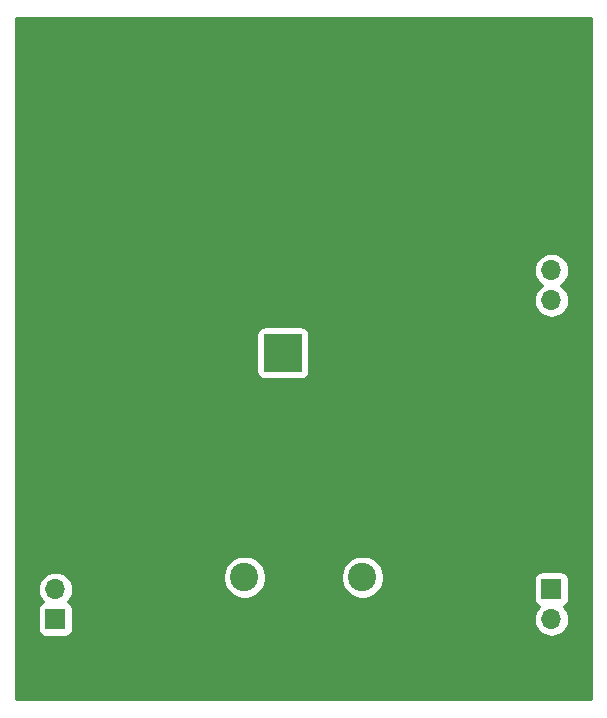
<source format=gbr>
G04 #@! TF.GenerationSoftware,KiCad,Pcbnew,(5.1.2-1)-1*
G04 #@! TF.CreationDate,2020-02-13T23:28:20-08:00*
G04 #@! TF.ProjectId,LM2576,4c4d3235-3736-42e6-9b69-6361645f7063,rev?*
G04 #@! TF.SameCoordinates,Original*
G04 #@! TF.FileFunction,Copper,L2,Bot*
G04 #@! TF.FilePolarity,Positive*
%FSLAX46Y46*%
G04 Gerber Fmt 4.6, Leading zero omitted, Abs format (unit mm)*
G04 Created by KiCad (PCBNEW (5.1.2-1)-1) date 2020-02-13 23:28:20*
%MOMM*%
%LPD*%
G04 APERTURE LIST*
%ADD10O,1.700000X1.700000*%
%ADD11R,1.700000X1.700000*%
%ADD12C,2.400000*%
%ADD13R,3.200000X3.200000*%
%ADD14O,3.200000X3.200000*%
%ADD15C,0.254000*%
G04 APERTURE END LIST*
D10*
X50960000Y-67500000D03*
D11*
X53500000Y-67500000D03*
D10*
X23000000Y-68000000D03*
D11*
X20460000Y-68000000D03*
D12*
X42000000Y-60000000D03*
X32000000Y-60000000D03*
D10*
X58000000Y-36540000D03*
X58000000Y-34000000D03*
D11*
X58000000Y-31460000D03*
D10*
X58000000Y-63540000D03*
D11*
X58000000Y-61000000D03*
D10*
X16000000Y-61000000D03*
D11*
X16000000Y-63540000D03*
D13*
X35260000Y-41000000D03*
D14*
X50500000Y-41000000D03*
D15*
G36*
X61340001Y-61967581D02*
G01*
X61340000Y-70340000D01*
X12660000Y-70340000D01*
X12660000Y-61000000D01*
X14507815Y-61000000D01*
X14536487Y-61291111D01*
X14621401Y-61571034D01*
X14759294Y-61829014D01*
X14944866Y-62055134D01*
X14974687Y-62079607D01*
X14905820Y-62100498D01*
X14795506Y-62159463D01*
X14698815Y-62238815D01*
X14619463Y-62335506D01*
X14560498Y-62445820D01*
X14524188Y-62565518D01*
X14511928Y-62690000D01*
X14511928Y-64390000D01*
X14524188Y-64514482D01*
X14560498Y-64634180D01*
X14619463Y-64744494D01*
X14698815Y-64841185D01*
X14795506Y-64920537D01*
X14905820Y-64979502D01*
X15025518Y-65015812D01*
X15150000Y-65028072D01*
X16850000Y-65028072D01*
X16974482Y-65015812D01*
X17094180Y-64979502D01*
X17204494Y-64920537D01*
X17301185Y-64841185D01*
X17380537Y-64744494D01*
X17439502Y-64634180D01*
X17475812Y-64514482D01*
X17488072Y-64390000D01*
X17488072Y-63540000D01*
X56507815Y-63540000D01*
X56536487Y-63831111D01*
X56621401Y-64111034D01*
X56759294Y-64369014D01*
X56944866Y-64595134D01*
X57170986Y-64780706D01*
X57428966Y-64918599D01*
X57708889Y-65003513D01*
X57927050Y-65025000D01*
X58072950Y-65025000D01*
X58291111Y-65003513D01*
X58571034Y-64918599D01*
X58829014Y-64780706D01*
X59055134Y-64595134D01*
X59240706Y-64369014D01*
X59378599Y-64111034D01*
X59463513Y-63831111D01*
X59492185Y-63540000D01*
X59463513Y-63248889D01*
X59378599Y-62968966D01*
X59240706Y-62710986D01*
X59055134Y-62484866D01*
X59025313Y-62460393D01*
X59094180Y-62439502D01*
X59204494Y-62380537D01*
X59301185Y-62301185D01*
X59380537Y-62204494D01*
X59439502Y-62094180D01*
X59475812Y-61974482D01*
X59488072Y-61850000D01*
X59488072Y-60150000D01*
X59475812Y-60025518D01*
X59439502Y-59905820D01*
X59380537Y-59795506D01*
X59301185Y-59698815D01*
X59204494Y-59619463D01*
X59094180Y-59560498D01*
X58974482Y-59524188D01*
X58850000Y-59511928D01*
X57150000Y-59511928D01*
X57025518Y-59524188D01*
X56905820Y-59560498D01*
X56795506Y-59619463D01*
X56698815Y-59698815D01*
X56619463Y-59795506D01*
X56560498Y-59905820D01*
X56524188Y-60025518D01*
X56511928Y-60150000D01*
X56511928Y-61850000D01*
X56524188Y-61974482D01*
X56560498Y-62094180D01*
X56619463Y-62204494D01*
X56698815Y-62301185D01*
X56795506Y-62380537D01*
X56905820Y-62439502D01*
X56974687Y-62460393D01*
X56944866Y-62484866D01*
X56759294Y-62710986D01*
X56621401Y-62968966D01*
X56536487Y-63248889D01*
X56507815Y-63540000D01*
X17488072Y-63540000D01*
X17488072Y-62690000D01*
X17475812Y-62565518D01*
X17439502Y-62445820D01*
X17380537Y-62335506D01*
X17301185Y-62238815D01*
X17204494Y-62159463D01*
X17094180Y-62100498D01*
X17025313Y-62079607D01*
X17055134Y-62055134D01*
X17240706Y-61829014D01*
X17378599Y-61571034D01*
X17463513Y-61291111D01*
X17492185Y-61000000D01*
X17463513Y-60708889D01*
X17378599Y-60428966D01*
X17240706Y-60170986D01*
X17055134Y-59944866D01*
X16902093Y-59819268D01*
X30165000Y-59819268D01*
X30165000Y-60180732D01*
X30235518Y-60535250D01*
X30373844Y-60869199D01*
X30574662Y-61169744D01*
X30830256Y-61425338D01*
X31130801Y-61626156D01*
X31464750Y-61764482D01*
X31819268Y-61835000D01*
X32180732Y-61835000D01*
X32535250Y-61764482D01*
X32869199Y-61626156D01*
X33169744Y-61425338D01*
X33425338Y-61169744D01*
X33626156Y-60869199D01*
X33764482Y-60535250D01*
X33835000Y-60180732D01*
X33835000Y-59819268D01*
X40165000Y-59819268D01*
X40165000Y-60180732D01*
X40235518Y-60535250D01*
X40373844Y-60869199D01*
X40574662Y-61169744D01*
X40830256Y-61425338D01*
X41130801Y-61626156D01*
X41464750Y-61764482D01*
X41819268Y-61835000D01*
X42180732Y-61835000D01*
X42535250Y-61764482D01*
X42869199Y-61626156D01*
X43169744Y-61425338D01*
X43425338Y-61169744D01*
X43626156Y-60869199D01*
X43764482Y-60535250D01*
X43835000Y-60180732D01*
X43835000Y-59819268D01*
X43764482Y-59464750D01*
X43626156Y-59130801D01*
X43425338Y-58830256D01*
X43169744Y-58574662D01*
X42869199Y-58373844D01*
X42535250Y-58235518D01*
X42180732Y-58165000D01*
X41819268Y-58165000D01*
X41464750Y-58235518D01*
X41130801Y-58373844D01*
X40830256Y-58574662D01*
X40574662Y-58830256D01*
X40373844Y-59130801D01*
X40235518Y-59464750D01*
X40165000Y-59819268D01*
X33835000Y-59819268D01*
X33764482Y-59464750D01*
X33626156Y-59130801D01*
X33425338Y-58830256D01*
X33169744Y-58574662D01*
X32869199Y-58373844D01*
X32535250Y-58235518D01*
X32180732Y-58165000D01*
X31819268Y-58165000D01*
X31464750Y-58235518D01*
X31130801Y-58373844D01*
X30830256Y-58574662D01*
X30574662Y-58830256D01*
X30373844Y-59130801D01*
X30235518Y-59464750D01*
X30165000Y-59819268D01*
X16902093Y-59819268D01*
X16829014Y-59759294D01*
X16571034Y-59621401D01*
X16291111Y-59536487D01*
X16072950Y-59515000D01*
X15927050Y-59515000D01*
X15708889Y-59536487D01*
X15428966Y-59621401D01*
X15170986Y-59759294D01*
X14944866Y-59944866D01*
X14759294Y-60170986D01*
X14621401Y-60428966D01*
X14536487Y-60708889D01*
X14507815Y-61000000D01*
X12660000Y-61000000D01*
X12660000Y-39400000D01*
X33021928Y-39400000D01*
X33021928Y-42600000D01*
X33034188Y-42724482D01*
X33070498Y-42844180D01*
X33129463Y-42954494D01*
X33208815Y-43051185D01*
X33305506Y-43130537D01*
X33415820Y-43189502D01*
X33535518Y-43225812D01*
X33660000Y-43238072D01*
X36860000Y-43238072D01*
X36984482Y-43225812D01*
X37104180Y-43189502D01*
X37214494Y-43130537D01*
X37311185Y-43051185D01*
X37390537Y-42954494D01*
X37449502Y-42844180D01*
X37485812Y-42724482D01*
X37498072Y-42600000D01*
X37498072Y-39400000D01*
X37485812Y-39275518D01*
X37449502Y-39155820D01*
X37390537Y-39045506D01*
X37311185Y-38948815D01*
X37214494Y-38869463D01*
X37104180Y-38810498D01*
X36984482Y-38774188D01*
X36860000Y-38761928D01*
X33660000Y-38761928D01*
X33535518Y-38774188D01*
X33415820Y-38810498D01*
X33305506Y-38869463D01*
X33208815Y-38948815D01*
X33129463Y-39045506D01*
X33070498Y-39155820D01*
X33034188Y-39275518D01*
X33021928Y-39400000D01*
X12660000Y-39400000D01*
X12660000Y-34000000D01*
X56507815Y-34000000D01*
X56536487Y-34291111D01*
X56621401Y-34571034D01*
X56759294Y-34829014D01*
X56944866Y-35055134D01*
X57170986Y-35240706D01*
X57225791Y-35270000D01*
X57170986Y-35299294D01*
X56944866Y-35484866D01*
X56759294Y-35710986D01*
X56621401Y-35968966D01*
X56536487Y-36248889D01*
X56507815Y-36540000D01*
X56536487Y-36831111D01*
X56621401Y-37111034D01*
X56759294Y-37369014D01*
X56944866Y-37595134D01*
X57170986Y-37780706D01*
X57428966Y-37918599D01*
X57708889Y-38003513D01*
X57927050Y-38025000D01*
X58072950Y-38025000D01*
X58291111Y-38003513D01*
X58571034Y-37918599D01*
X58829014Y-37780706D01*
X59055134Y-37595134D01*
X59240706Y-37369014D01*
X59378599Y-37111034D01*
X59463513Y-36831111D01*
X59492185Y-36540000D01*
X59463513Y-36248889D01*
X59378599Y-35968966D01*
X59240706Y-35710986D01*
X59055134Y-35484866D01*
X58829014Y-35299294D01*
X58774209Y-35270000D01*
X58829014Y-35240706D01*
X59055134Y-35055134D01*
X59240706Y-34829014D01*
X59378599Y-34571034D01*
X59463513Y-34291111D01*
X59492185Y-34000000D01*
X59463513Y-33708889D01*
X59378599Y-33428966D01*
X59240706Y-33170986D01*
X59055134Y-32944866D01*
X58829014Y-32759294D01*
X58571034Y-32621401D01*
X58291111Y-32536487D01*
X58072950Y-32515000D01*
X57927050Y-32515000D01*
X57708889Y-32536487D01*
X57428966Y-32621401D01*
X57170986Y-32759294D01*
X56944866Y-32944866D01*
X56759294Y-33170986D01*
X56621401Y-33428966D01*
X56536487Y-33708889D01*
X56507815Y-34000000D01*
X12660000Y-34000000D01*
X12660000Y-12660000D01*
X61340000Y-12660000D01*
X61340001Y-61967581D01*
X61340001Y-61967581D01*
G37*
X61340001Y-61967581D02*
X61340000Y-70340000D01*
X12660000Y-70340000D01*
X12660000Y-61000000D01*
X14507815Y-61000000D01*
X14536487Y-61291111D01*
X14621401Y-61571034D01*
X14759294Y-61829014D01*
X14944866Y-62055134D01*
X14974687Y-62079607D01*
X14905820Y-62100498D01*
X14795506Y-62159463D01*
X14698815Y-62238815D01*
X14619463Y-62335506D01*
X14560498Y-62445820D01*
X14524188Y-62565518D01*
X14511928Y-62690000D01*
X14511928Y-64390000D01*
X14524188Y-64514482D01*
X14560498Y-64634180D01*
X14619463Y-64744494D01*
X14698815Y-64841185D01*
X14795506Y-64920537D01*
X14905820Y-64979502D01*
X15025518Y-65015812D01*
X15150000Y-65028072D01*
X16850000Y-65028072D01*
X16974482Y-65015812D01*
X17094180Y-64979502D01*
X17204494Y-64920537D01*
X17301185Y-64841185D01*
X17380537Y-64744494D01*
X17439502Y-64634180D01*
X17475812Y-64514482D01*
X17488072Y-64390000D01*
X17488072Y-63540000D01*
X56507815Y-63540000D01*
X56536487Y-63831111D01*
X56621401Y-64111034D01*
X56759294Y-64369014D01*
X56944866Y-64595134D01*
X57170986Y-64780706D01*
X57428966Y-64918599D01*
X57708889Y-65003513D01*
X57927050Y-65025000D01*
X58072950Y-65025000D01*
X58291111Y-65003513D01*
X58571034Y-64918599D01*
X58829014Y-64780706D01*
X59055134Y-64595134D01*
X59240706Y-64369014D01*
X59378599Y-64111034D01*
X59463513Y-63831111D01*
X59492185Y-63540000D01*
X59463513Y-63248889D01*
X59378599Y-62968966D01*
X59240706Y-62710986D01*
X59055134Y-62484866D01*
X59025313Y-62460393D01*
X59094180Y-62439502D01*
X59204494Y-62380537D01*
X59301185Y-62301185D01*
X59380537Y-62204494D01*
X59439502Y-62094180D01*
X59475812Y-61974482D01*
X59488072Y-61850000D01*
X59488072Y-60150000D01*
X59475812Y-60025518D01*
X59439502Y-59905820D01*
X59380537Y-59795506D01*
X59301185Y-59698815D01*
X59204494Y-59619463D01*
X59094180Y-59560498D01*
X58974482Y-59524188D01*
X58850000Y-59511928D01*
X57150000Y-59511928D01*
X57025518Y-59524188D01*
X56905820Y-59560498D01*
X56795506Y-59619463D01*
X56698815Y-59698815D01*
X56619463Y-59795506D01*
X56560498Y-59905820D01*
X56524188Y-60025518D01*
X56511928Y-60150000D01*
X56511928Y-61850000D01*
X56524188Y-61974482D01*
X56560498Y-62094180D01*
X56619463Y-62204494D01*
X56698815Y-62301185D01*
X56795506Y-62380537D01*
X56905820Y-62439502D01*
X56974687Y-62460393D01*
X56944866Y-62484866D01*
X56759294Y-62710986D01*
X56621401Y-62968966D01*
X56536487Y-63248889D01*
X56507815Y-63540000D01*
X17488072Y-63540000D01*
X17488072Y-62690000D01*
X17475812Y-62565518D01*
X17439502Y-62445820D01*
X17380537Y-62335506D01*
X17301185Y-62238815D01*
X17204494Y-62159463D01*
X17094180Y-62100498D01*
X17025313Y-62079607D01*
X17055134Y-62055134D01*
X17240706Y-61829014D01*
X17378599Y-61571034D01*
X17463513Y-61291111D01*
X17492185Y-61000000D01*
X17463513Y-60708889D01*
X17378599Y-60428966D01*
X17240706Y-60170986D01*
X17055134Y-59944866D01*
X16902093Y-59819268D01*
X30165000Y-59819268D01*
X30165000Y-60180732D01*
X30235518Y-60535250D01*
X30373844Y-60869199D01*
X30574662Y-61169744D01*
X30830256Y-61425338D01*
X31130801Y-61626156D01*
X31464750Y-61764482D01*
X31819268Y-61835000D01*
X32180732Y-61835000D01*
X32535250Y-61764482D01*
X32869199Y-61626156D01*
X33169744Y-61425338D01*
X33425338Y-61169744D01*
X33626156Y-60869199D01*
X33764482Y-60535250D01*
X33835000Y-60180732D01*
X33835000Y-59819268D01*
X40165000Y-59819268D01*
X40165000Y-60180732D01*
X40235518Y-60535250D01*
X40373844Y-60869199D01*
X40574662Y-61169744D01*
X40830256Y-61425338D01*
X41130801Y-61626156D01*
X41464750Y-61764482D01*
X41819268Y-61835000D01*
X42180732Y-61835000D01*
X42535250Y-61764482D01*
X42869199Y-61626156D01*
X43169744Y-61425338D01*
X43425338Y-61169744D01*
X43626156Y-60869199D01*
X43764482Y-60535250D01*
X43835000Y-60180732D01*
X43835000Y-59819268D01*
X43764482Y-59464750D01*
X43626156Y-59130801D01*
X43425338Y-58830256D01*
X43169744Y-58574662D01*
X42869199Y-58373844D01*
X42535250Y-58235518D01*
X42180732Y-58165000D01*
X41819268Y-58165000D01*
X41464750Y-58235518D01*
X41130801Y-58373844D01*
X40830256Y-58574662D01*
X40574662Y-58830256D01*
X40373844Y-59130801D01*
X40235518Y-59464750D01*
X40165000Y-59819268D01*
X33835000Y-59819268D01*
X33764482Y-59464750D01*
X33626156Y-59130801D01*
X33425338Y-58830256D01*
X33169744Y-58574662D01*
X32869199Y-58373844D01*
X32535250Y-58235518D01*
X32180732Y-58165000D01*
X31819268Y-58165000D01*
X31464750Y-58235518D01*
X31130801Y-58373844D01*
X30830256Y-58574662D01*
X30574662Y-58830256D01*
X30373844Y-59130801D01*
X30235518Y-59464750D01*
X30165000Y-59819268D01*
X16902093Y-59819268D01*
X16829014Y-59759294D01*
X16571034Y-59621401D01*
X16291111Y-59536487D01*
X16072950Y-59515000D01*
X15927050Y-59515000D01*
X15708889Y-59536487D01*
X15428966Y-59621401D01*
X15170986Y-59759294D01*
X14944866Y-59944866D01*
X14759294Y-60170986D01*
X14621401Y-60428966D01*
X14536487Y-60708889D01*
X14507815Y-61000000D01*
X12660000Y-61000000D01*
X12660000Y-39400000D01*
X33021928Y-39400000D01*
X33021928Y-42600000D01*
X33034188Y-42724482D01*
X33070498Y-42844180D01*
X33129463Y-42954494D01*
X33208815Y-43051185D01*
X33305506Y-43130537D01*
X33415820Y-43189502D01*
X33535518Y-43225812D01*
X33660000Y-43238072D01*
X36860000Y-43238072D01*
X36984482Y-43225812D01*
X37104180Y-43189502D01*
X37214494Y-43130537D01*
X37311185Y-43051185D01*
X37390537Y-42954494D01*
X37449502Y-42844180D01*
X37485812Y-42724482D01*
X37498072Y-42600000D01*
X37498072Y-39400000D01*
X37485812Y-39275518D01*
X37449502Y-39155820D01*
X37390537Y-39045506D01*
X37311185Y-38948815D01*
X37214494Y-38869463D01*
X37104180Y-38810498D01*
X36984482Y-38774188D01*
X36860000Y-38761928D01*
X33660000Y-38761928D01*
X33535518Y-38774188D01*
X33415820Y-38810498D01*
X33305506Y-38869463D01*
X33208815Y-38948815D01*
X33129463Y-39045506D01*
X33070498Y-39155820D01*
X33034188Y-39275518D01*
X33021928Y-39400000D01*
X12660000Y-39400000D01*
X12660000Y-34000000D01*
X56507815Y-34000000D01*
X56536487Y-34291111D01*
X56621401Y-34571034D01*
X56759294Y-34829014D01*
X56944866Y-35055134D01*
X57170986Y-35240706D01*
X57225791Y-35270000D01*
X57170986Y-35299294D01*
X56944866Y-35484866D01*
X56759294Y-35710986D01*
X56621401Y-35968966D01*
X56536487Y-36248889D01*
X56507815Y-36540000D01*
X56536487Y-36831111D01*
X56621401Y-37111034D01*
X56759294Y-37369014D01*
X56944866Y-37595134D01*
X57170986Y-37780706D01*
X57428966Y-37918599D01*
X57708889Y-38003513D01*
X57927050Y-38025000D01*
X58072950Y-38025000D01*
X58291111Y-38003513D01*
X58571034Y-37918599D01*
X58829014Y-37780706D01*
X59055134Y-37595134D01*
X59240706Y-37369014D01*
X59378599Y-37111034D01*
X59463513Y-36831111D01*
X59492185Y-36540000D01*
X59463513Y-36248889D01*
X59378599Y-35968966D01*
X59240706Y-35710986D01*
X59055134Y-35484866D01*
X58829014Y-35299294D01*
X58774209Y-35270000D01*
X58829014Y-35240706D01*
X59055134Y-35055134D01*
X59240706Y-34829014D01*
X59378599Y-34571034D01*
X59463513Y-34291111D01*
X59492185Y-34000000D01*
X59463513Y-33708889D01*
X59378599Y-33428966D01*
X59240706Y-33170986D01*
X59055134Y-32944866D01*
X58829014Y-32759294D01*
X58571034Y-32621401D01*
X58291111Y-32536487D01*
X58072950Y-32515000D01*
X57927050Y-32515000D01*
X57708889Y-32536487D01*
X57428966Y-32621401D01*
X57170986Y-32759294D01*
X56944866Y-32944866D01*
X56759294Y-33170986D01*
X56621401Y-33428966D01*
X56536487Y-33708889D01*
X56507815Y-34000000D01*
X12660000Y-34000000D01*
X12660000Y-12660000D01*
X61340000Y-12660000D01*
X61340001Y-61967581D01*
M02*

</source>
